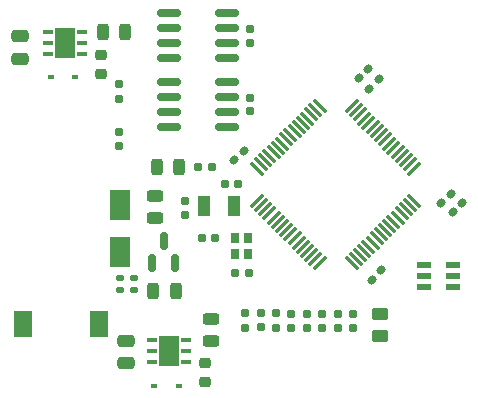
<source format=gbr>
%TF.GenerationSoftware,KiCad,Pcbnew,(6.0.8)*%
%TF.CreationDate,2024-11-24T14:12:11+01:00*%
%TF.ProjectId,WHEEL-07,57484545-4c2d-4303-972e-6b696361645f,rev?*%
%TF.SameCoordinates,Original*%
%TF.FileFunction,Paste,Top*%
%TF.FilePolarity,Positive*%
%FSLAX46Y46*%
G04 Gerber Fmt 4.6, Leading zero omitted, Abs format (unit mm)*
G04 Created by KiCad (PCBNEW (6.0.8)) date 2024-11-24 14:12:11*
%MOMM*%
%LPD*%
G01*
G04 APERTURE LIST*
G04 Aperture macros list*
%AMRoundRect*
0 Rectangle with rounded corners*
0 $1 Rounding radius*
0 $2 $3 $4 $5 $6 $7 $8 $9 X,Y pos of 4 corners*
0 Add a 4 corners polygon primitive as box body*
4,1,4,$2,$3,$4,$5,$6,$7,$8,$9,$2,$3,0*
0 Add four circle primitives for the rounded corners*
1,1,$1+$1,$2,$3*
1,1,$1+$1,$4,$5*
1,1,$1+$1,$6,$7*
1,1,$1+$1,$8,$9*
0 Add four rect primitives between the rounded corners*
20,1,$1+$1,$2,$3,$4,$5,0*
20,1,$1+$1,$4,$5,$6,$7,0*
20,1,$1+$1,$6,$7,$8,$9,0*
20,1,$1+$1,$8,$9,$2,$3,0*%
G04 Aperture macros list end*
%ADD10RoundRect,0.250000X-0.450000X0.262500X-0.450000X-0.262500X0.450000X-0.262500X0.450000X0.262500X0*%
%ADD11RoundRect,0.155000X0.155000X-0.212500X0.155000X0.212500X-0.155000X0.212500X-0.155000X-0.212500X0*%
%ADD12R,0.850000X0.300000*%
%ADD13R,1.700000X2.500000*%
%ADD14RoundRect,0.140000X0.170000X-0.140000X0.170000X0.140000X-0.170000X0.140000X-0.170000X-0.140000X0*%
%ADD15RoundRect,0.150000X0.825000X0.150000X-0.825000X0.150000X-0.825000X-0.150000X0.825000X-0.150000X0*%
%ADD16RoundRect,0.160000X-0.160000X0.197500X-0.160000X-0.197500X0.160000X-0.197500X0.160000X0.197500X0*%
%ADD17RoundRect,0.250000X0.475000X-0.250000X0.475000X0.250000X-0.475000X0.250000X-0.475000X-0.250000X0*%
%ADD18RoundRect,0.155000X-0.040659X-0.259862X0.259862X0.040659X0.040659X0.259862X-0.259862X-0.040659X0*%
%ADD19R,1.250000X0.600000*%
%ADD20RoundRect,0.155000X0.212500X0.155000X-0.212500X0.155000X-0.212500X-0.155000X0.212500X-0.155000X0*%
%ADD21RoundRect,0.155000X0.040659X0.259862X-0.259862X-0.040659X-0.040659X-0.259862X0.259862X0.040659X0*%
%ADD22R,1.500000X2.200000*%
%ADD23RoundRect,0.075000X-0.441942X-0.548008X0.548008X0.441942X0.441942X0.548008X-0.548008X-0.441942X0*%
%ADD24RoundRect,0.075000X0.441942X-0.548008X0.548008X-0.441942X-0.441942X0.548008X-0.548008X0.441942X0*%
%ADD25RoundRect,0.155000X-0.155000X0.212500X-0.155000X-0.212500X0.155000X-0.212500X0.155000X0.212500X0*%
%ADD26R,0.600000X0.450000*%
%ADD27RoundRect,0.243750X-0.456250X0.243750X-0.456250X-0.243750X0.456250X-0.243750X0.456250X0.243750X0*%
%ADD28RoundRect,0.243750X-0.243750X-0.456250X0.243750X-0.456250X0.243750X0.456250X-0.243750X0.456250X0*%
%ADD29RoundRect,0.225000X-0.250000X0.225000X-0.250000X-0.225000X0.250000X-0.225000X0.250000X0.225000X0*%
%ADD30RoundRect,0.160000X0.160000X-0.197500X0.160000X0.197500X-0.160000X0.197500X-0.160000X-0.197500X0*%
%ADD31R,0.800000X0.900000*%
%ADD32R,1.000000X1.800000*%
%ADD33RoundRect,0.155000X-0.212500X-0.155000X0.212500X-0.155000X0.212500X0.155000X-0.212500X0.155000X0*%
%ADD34RoundRect,0.150000X0.150000X-0.587500X0.150000X0.587500X-0.150000X0.587500X-0.150000X-0.587500X0*%
%ADD35RoundRect,0.160000X0.197500X0.160000X-0.197500X0.160000X-0.197500X-0.160000X0.197500X-0.160000X0*%
%ADD36R,1.800000X2.500000*%
%ADD37RoundRect,0.243750X0.243750X0.456250X-0.243750X0.456250X-0.243750X-0.456250X0.243750X-0.456250X0*%
G04 APERTURE END LIST*
D10*
%TO.C,R7*%
X181000000Y-77975000D03*
X181000000Y-79800000D03*
%TD*%
D11*
%TO.C,C21*%
X170000000Y-59632500D03*
X170000000Y-60767500D03*
%TD*%
%TO.C,C20*%
X170000000Y-53832500D03*
X170000000Y-54967500D03*
%TD*%
D12*
%TO.C,IC1*%
X161677400Y-80126800D03*
X161677400Y-81076800D03*
X161677400Y-82026800D03*
X164577400Y-82026800D03*
X164577400Y-81076800D03*
X164577400Y-80126800D03*
D13*
X163127400Y-81076800D03*
%TD*%
D12*
%TO.C,IC2*%
X152889000Y-54062000D03*
X152889000Y-55012000D03*
X152889000Y-55962000D03*
X155789000Y-55962000D03*
X155789000Y-55012000D03*
X155789000Y-54062000D03*
D13*
X154339000Y-55012000D03*
%TD*%
D14*
%TO.C,C17*%
X159000000Y-75880000D03*
X159000000Y-74920000D03*
%TD*%
D15*
%TO.C,U2*%
X168083000Y-62103000D03*
X168083000Y-60833000D03*
X168083000Y-59563000D03*
X168083000Y-58293000D03*
X163133000Y-58293000D03*
X163133000Y-59563000D03*
X163133000Y-60833000D03*
X163133000Y-62103000D03*
%TD*%
D16*
%TO.C,R18*%
X172219256Y-77889544D03*
X172219256Y-79084544D03*
%TD*%
D17*
%TO.C,C13*%
X150529000Y-56322000D03*
X150529000Y-54422000D03*
%TD*%
D16*
%TO.C,R16*%
X169621200Y-77895072D03*
X169621200Y-79090072D03*
%TD*%
%TO.C,R6*%
X158900000Y-58502500D03*
X158900000Y-59697500D03*
%TD*%
D18*
%TO.C,C35*%
X179207234Y-57977966D03*
X180009800Y-57175400D03*
%TD*%
D15*
%TO.C,U3*%
X168083000Y-56261000D03*
X168083000Y-54991000D03*
X168083000Y-53721000D03*
X168083000Y-52451000D03*
X163133000Y-52451000D03*
X163133000Y-53721000D03*
X163133000Y-54991000D03*
X163133000Y-56261000D03*
%TD*%
D19*
%TO.C,IC4*%
X187198000Y-75692000D03*
X187198000Y-74742000D03*
X187198000Y-73792000D03*
X184698000Y-73792000D03*
X184698000Y-74742000D03*
X184698000Y-75692000D03*
%TD*%
D20*
%TO.C,C4*%
X169883900Y-74472800D03*
X168748900Y-74472800D03*
%TD*%
D18*
%TO.C,C37*%
X186212517Y-68549483D03*
X187015083Y-67746917D03*
%TD*%
D21*
%TO.C,C36*%
X181096883Y-74223917D03*
X180294317Y-75026483D03*
%TD*%
D22*
%TO.C,L2*%
X150800000Y-78800000D03*
X157200000Y-78800000D03*
%TD*%
D14*
%TO.C,C18*%
X160200000Y-75880000D03*
X160200000Y-74920000D03*
%TD*%
D23*
%TO.C,U1*%
X170591700Y-68356700D03*
X170945253Y-68710253D03*
X171298806Y-69063806D03*
X171652360Y-69417360D03*
X172005913Y-69770913D03*
X172359467Y-70124467D03*
X172713020Y-70478020D03*
X173066573Y-70831573D03*
X173420127Y-71185127D03*
X173773680Y-71538680D03*
X174127233Y-71892233D03*
X174480787Y-72245787D03*
X174834340Y-72599340D03*
X175187894Y-72952894D03*
X175541447Y-73306447D03*
X175895000Y-73660000D03*
D24*
X178617362Y-73660000D03*
X178970915Y-73306447D03*
X179324468Y-72952894D03*
X179678022Y-72599340D03*
X180031575Y-72245787D03*
X180385129Y-71892233D03*
X180738682Y-71538680D03*
X181092235Y-71185127D03*
X181445789Y-70831573D03*
X181799342Y-70478020D03*
X182152895Y-70124467D03*
X182506449Y-69770913D03*
X182860002Y-69417360D03*
X183213556Y-69063806D03*
X183567109Y-68710253D03*
X183920662Y-68356700D03*
D23*
X183920662Y-65634338D03*
X183567109Y-65280785D03*
X183213556Y-64927232D03*
X182860002Y-64573678D03*
X182506449Y-64220125D03*
X182152895Y-63866571D03*
X181799342Y-63513018D03*
X181445789Y-63159465D03*
X181092235Y-62805911D03*
X180738682Y-62452358D03*
X180385129Y-62098805D03*
X180031575Y-61745251D03*
X179678022Y-61391698D03*
X179324468Y-61038144D03*
X178970915Y-60684591D03*
X178617362Y-60331038D03*
D24*
X175895000Y-60331038D03*
X175541447Y-60684591D03*
X175187894Y-61038144D03*
X174834340Y-61391698D03*
X174480787Y-61745251D03*
X174127233Y-62098805D03*
X173773680Y-62452358D03*
X173420127Y-62805911D03*
X173066573Y-63159465D03*
X172713020Y-63513018D03*
X172359467Y-63866571D03*
X172005913Y-64220125D03*
X171652360Y-64573678D03*
X171298806Y-64927232D03*
X170945253Y-65280785D03*
X170591700Y-65634338D03*
%TD*%
D25*
%TO.C,C6*%
X164465000Y-68393500D03*
X164465000Y-69528500D03*
%TD*%
D26*
%TO.C,D2*%
X153128000Y-57912000D03*
X155228000Y-57912000D03*
%TD*%
D16*
%TO.C,R24*%
X173518284Y-77911656D03*
X173518284Y-79106656D03*
%TD*%
D17*
%TO.C,C16*%
X159500000Y-82128400D03*
X159500000Y-80228400D03*
%TD*%
D16*
%TO.C,R22*%
X177415368Y-77922712D03*
X177415368Y-79117712D03*
%TD*%
D27*
%TO.C,F3*%
X166674800Y-78361300D03*
X166674800Y-80236300D03*
%TD*%
D28*
%TO.C,D1*%
X162107400Y-65481200D03*
X163982400Y-65481200D03*
%TD*%
D29*
%TO.C,C14*%
X157400000Y-56050000D03*
X157400000Y-57600000D03*
%TD*%
D28*
%TO.C,FB1*%
X161825000Y-76000000D03*
X163700000Y-76000000D03*
%TD*%
D29*
%TO.C,C19*%
X166188400Y-82114800D03*
X166188400Y-83664800D03*
%TD*%
D30*
%TO.C,R4*%
X158900000Y-63747500D03*
X158900000Y-62552500D03*
%TD*%
D18*
%TO.C,C34*%
X168666234Y-64912166D03*
X169468800Y-64109600D03*
%TD*%
D16*
%TO.C,R17*%
X170920228Y-77884016D03*
X170920228Y-79079016D03*
%TD*%
D26*
%TO.C,D3*%
X161916400Y-84023200D03*
X164016400Y-84023200D03*
%TD*%
D31*
%TO.C,Y1*%
X168766400Y-71486800D03*
X168766400Y-72886800D03*
X169866400Y-72886800D03*
X169866400Y-71486800D03*
%TD*%
D32*
%TO.C,Y2*%
X168636000Y-68834000D03*
X166136000Y-68834000D03*
%TD*%
D33*
%TO.C,C5*%
X167862500Y-66929000D03*
X168997500Y-66929000D03*
%TD*%
D16*
%TO.C,R21*%
X176116340Y-77917184D03*
X176116340Y-79112184D03*
%TD*%
%TO.C,R20*%
X174817312Y-77906128D03*
X174817312Y-79101128D03*
%TD*%
D34*
%TO.C,Q1*%
X161750000Y-73637500D03*
X163650000Y-73637500D03*
X162700000Y-71762500D03*
%TD*%
D35*
%TO.C,R5*%
X166776400Y-65532000D03*
X165581400Y-65532000D03*
%TD*%
D18*
%TO.C,C1*%
X187152317Y-69336883D03*
X187954883Y-68534317D03*
%TD*%
D16*
%TO.C,R23*%
X178714400Y-77900600D03*
X178714400Y-79095600D03*
%TD*%
D20*
%TO.C,C3*%
X167081200Y-71475600D03*
X165946200Y-71475600D03*
%TD*%
D27*
%TO.C,F1*%
X162000000Y-67962500D03*
X162000000Y-69837500D03*
%TD*%
D36*
%TO.C,D4*%
X159000000Y-72700000D03*
X159000000Y-68700000D03*
%TD*%
D18*
%TO.C,C2*%
X180096234Y-58866966D03*
X180898800Y-58064400D03*
%TD*%
D37*
%TO.C,F2*%
X159437500Y-54100000D03*
X157562500Y-54100000D03*
%TD*%
M02*

</source>
